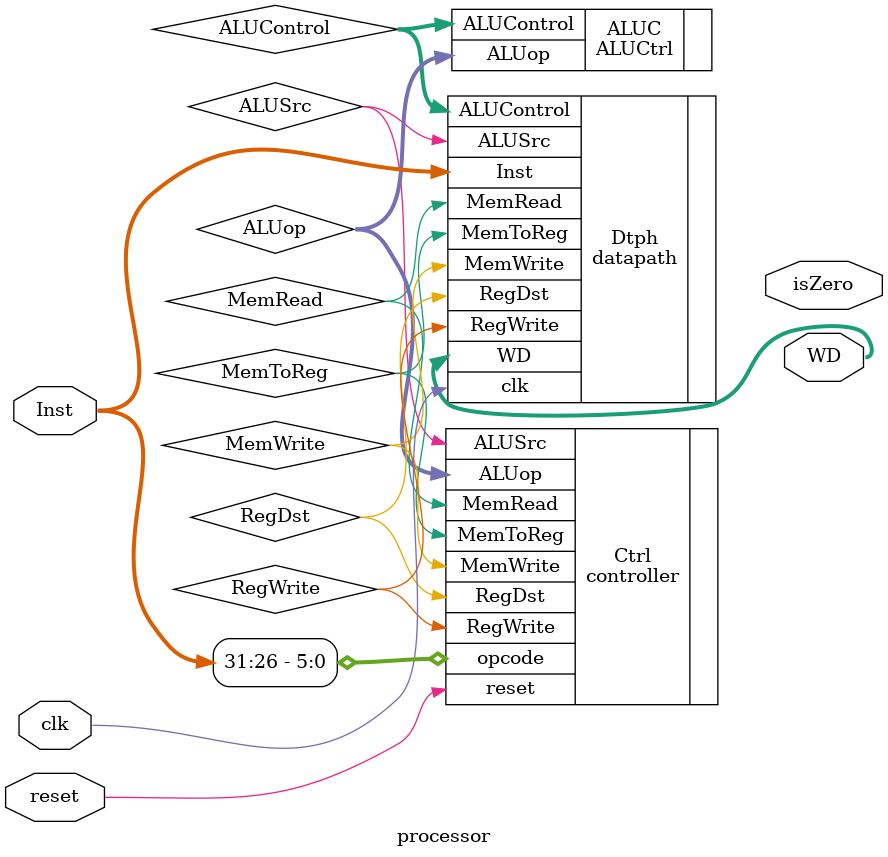
<source format=v>
module processor(
input[31:0] Inst,
input clk, reset,
output isZero,
output [31:0] WD
);
wire RegDst;
wire[1:0] ALUop;
wire[2:0] ALUControl;
wire MemRead;
wire MemWrite;
wire MemToReg;
wire ALUSrc;
wire RegWrite;


controller Ctrl(.opcode(Inst[31:26]),.RegDst(RegDst), .ALUop(ALUop), .MemRead(MemRead),
.MemWrite(MemWrite),.MemToReg(MemToReg),.ALUSrc(ALUSrc),.RegWrite(RegWrite),.reset(reset));
		
ALUCtrl ALUC(.ALUop(ALUop),.ALUControl(ALUControl));
								
datapath Dtph(.Inst(Inst),.RegDst(RegDst),.RegWrite(RegWrite),.ALUSrc(ALUSrc),
.ALUControl(ALUControl),.MemWrite(MemWrite),.MemRead(MemRead), .MemToReg(MemToReg), .clk(clk),.WD(WD));

endmodule
</source>
